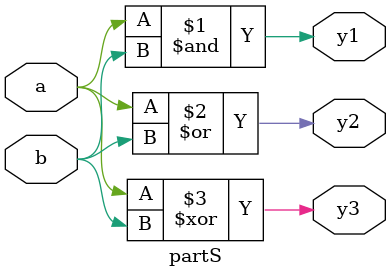
<source format=v>

`timescale 1 ns / 1 ps

module partS (a,b,y1,y2,y3);
	input a,b;
	output y1,y2,y3;
	and U1(y1,a,b);
	or U2(y2,a,b);
	xor U3(y3,a,b);

endmodule

</source>
